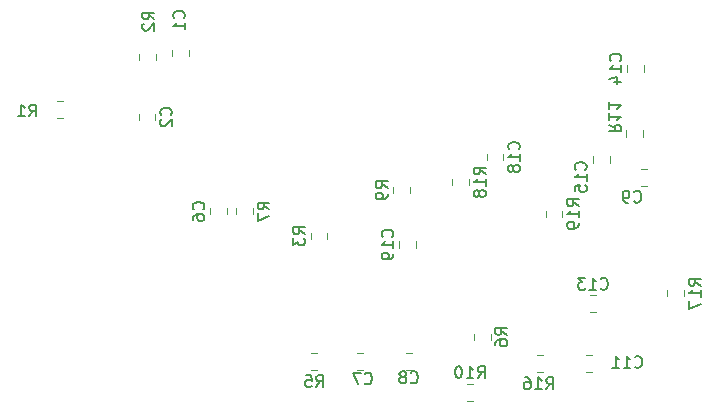
<source format=gbr>
G04 #@! TF.GenerationSoftware,KiCad,Pcbnew,(5.1.5)-3*
G04 #@! TF.CreationDate,2020-02-22T22:04:57-05:00*
G04 #@! TF.ProjectId,Semiparametric-EQ,53656d69-7061-4726-916d-65747269632d,rev?*
G04 #@! TF.SameCoordinates,Original*
G04 #@! TF.FileFunction,Legend,Bot*
G04 #@! TF.FilePolarity,Positive*
%FSLAX46Y46*%
G04 Gerber Fmt 4.6, Leading zero omitted, Abs format (unit mm)*
G04 Created by KiCad (PCBNEW (5.1.5)-3) date 2020-02-22 22:04:57*
%MOMM*%
%LPD*%
G04 APERTURE LIST*
%ADD10C,0.120000*%
%ADD11C,0.150000*%
G04 APERTURE END LIST*
D10*
X4561252Y25790000D02*
X4038748Y25790000D01*
X4561252Y27210000D02*
X4038748Y27210000D01*
X10990000Y31261252D02*
X10990000Y30738748D01*
X12410000Y31261252D02*
X12410000Y30738748D01*
X13730000Y31561252D02*
X13730000Y31038748D01*
X15150000Y31561252D02*
X15150000Y31038748D01*
X12350000Y26161252D02*
X12350000Y25638748D01*
X10930000Y26161252D02*
X10930000Y25638748D01*
X18410000Y18161252D02*
X18410000Y17638748D01*
X16990000Y18161252D02*
X16990000Y17638748D01*
X29438748Y5910000D02*
X29961252Y5910000D01*
X29438748Y4490000D02*
X29961252Y4490000D01*
X34061252Y5910000D02*
X33538748Y5910000D01*
X34061252Y4490000D02*
X33538748Y4490000D01*
X53438748Y20090000D02*
X53961252Y20090000D01*
X53438748Y21510000D02*
X53961252Y21510000D01*
X48763748Y5710000D02*
X49286252Y5710000D01*
X48763748Y4290000D02*
X49286252Y4290000D01*
X49661252Y10790000D02*
X49138748Y10790000D01*
X49661252Y9370000D02*
X49138748Y9370000D01*
X52290000Y30261252D02*
X52290000Y29738748D01*
X53710000Y30261252D02*
X53710000Y29738748D01*
X49390000Y22038748D02*
X49390000Y22561252D01*
X50810000Y22038748D02*
X50810000Y22561252D01*
X25490000Y16061252D02*
X25490000Y15538748D01*
X26910000Y16061252D02*
X26910000Y15538748D01*
X26061252Y4490000D02*
X25538748Y4490000D01*
X26061252Y5910000D02*
X25538748Y5910000D01*
X39310000Y7018748D02*
X39310000Y7541252D01*
X40730000Y7018748D02*
X40730000Y7541252D01*
X20610000Y17638748D02*
X20610000Y18161252D01*
X19190000Y17638748D02*
X19190000Y18161252D01*
X32490000Y19961252D02*
X32490000Y19438748D01*
X33910000Y19961252D02*
X33910000Y19438748D01*
X39261252Y1890000D02*
X38738748Y1890000D01*
X39261252Y3310000D02*
X38738748Y3310000D01*
X52190000Y24238748D02*
X52190000Y24761252D01*
X53610000Y24238748D02*
X53610000Y24761252D01*
X45161252Y4290000D02*
X44638748Y4290000D01*
X45161252Y5710000D02*
X44638748Y5710000D01*
X57110000Y10718748D02*
X57110000Y11241252D01*
X55690000Y10718748D02*
X55690000Y11241252D01*
X38910000Y20138748D02*
X38910000Y20661252D01*
X37490000Y20138748D02*
X37490000Y20661252D01*
X46810000Y17438748D02*
X46810000Y17961252D01*
X45390000Y17438748D02*
X45390000Y17961252D01*
X40390000Y22238748D02*
X40390000Y22761252D01*
X41810000Y22238748D02*
X41810000Y22761252D01*
X32990000Y15361252D02*
X32990000Y14838748D01*
X34410000Y15361252D02*
X34410000Y14838748D01*
D11*
X1666666Y25947619D02*
X2000000Y26423809D01*
X2238095Y25947619D02*
X2238095Y26947619D01*
X1857142Y26947619D01*
X1761904Y26900000D01*
X1714285Y26852380D01*
X1666666Y26757142D01*
X1666666Y26614285D01*
X1714285Y26519047D01*
X1761904Y26471428D01*
X1857142Y26423809D01*
X2238095Y26423809D01*
X714285Y25947619D02*
X1285714Y25947619D01*
X1000000Y25947619D02*
X1000000Y26947619D01*
X1095238Y26804761D01*
X1190476Y26709523D01*
X1285714Y26661904D01*
X12252380Y34166666D02*
X11776190Y34500000D01*
X12252380Y34738095D02*
X11252380Y34738095D01*
X11252380Y34357142D01*
X11300000Y34261904D01*
X11347619Y34214285D01*
X11442857Y34166666D01*
X11585714Y34166666D01*
X11680952Y34214285D01*
X11728571Y34261904D01*
X11776190Y34357142D01*
X11776190Y34738095D01*
X11347619Y33785714D02*
X11300000Y33738095D01*
X11252380Y33642857D01*
X11252380Y33404761D01*
X11300000Y33309523D01*
X11347619Y33261904D01*
X11442857Y33214285D01*
X11538095Y33214285D01*
X11680952Y33261904D01*
X12252380Y33833333D01*
X12252380Y33214285D01*
X14757142Y34266666D02*
X14804761Y34314285D01*
X14852380Y34457142D01*
X14852380Y34552380D01*
X14804761Y34695238D01*
X14709523Y34790476D01*
X14614285Y34838095D01*
X14423809Y34885714D01*
X14280952Y34885714D01*
X14090476Y34838095D01*
X13995238Y34790476D01*
X13900000Y34695238D01*
X13852380Y34552380D01*
X13852380Y34457142D01*
X13900000Y34314285D01*
X13947619Y34266666D01*
X14852380Y33314285D02*
X14852380Y33885714D01*
X14852380Y33600000D02*
X13852380Y33600000D01*
X13995238Y33695238D01*
X14090476Y33790476D01*
X14138095Y33885714D01*
X13657142Y26066666D02*
X13704761Y26114285D01*
X13752380Y26257142D01*
X13752380Y26352380D01*
X13704761Y26495238D01*
X13609523Y26590476D01*
X13514285Y26638095D01*
X13323809Y26685714D01*
X13180952Y26685714D01*
X12990476Y26638095D01*
X12895238Y26590476D01*
X12800000Y26495238D01*
X12752380Y26352380D01*
X12752380Y26257142D01*
X12800000Y26114285D01*
X12847619Y26066666D01*
X12847619Y25685714D02*
X12800000Y25638095D01*
X12752380Y25542857D01*
X12752380Y25304761D01*
X12800000Y25209523D01*
X12847619Y25161904D01*
X12942857Y25114285D01*
X13038095Y25114285D01*
X13180952Y25161904D01*
X13752380Y25733333D01*
X13752380Y25114285D01*
X16407142Y18066666D02*
X16454761Y18114285D01*
X16502380Y18257142D01*
X16502380Y18352380D01*
X16454761Y18495238D01*
X16359523Y18590476D01*
X16264285Y18638095D01*
X16073809Y18685714D01*
X15930952Y18685714D01*
X15740476Y18638095D01*
X15645238Y18590476D01*
X15550000Y18495238D01*
X15502380Y18352380D01*
X15502380Y18257142D01*
X15550000Y18114285D01*
X15597619Y18066666D01*
X15502380Y17209523D02*
X15502380Y17400000D01*
X15550000Y17495238D01*
X15597619Y17542857D01*
X15740476Y17638095D01*
X15930952Y17685714D01*
X16311904Y17685714D01*
X16407142Y17638095D01*
X16454761Y17590476D01*
X16502380Y17495238D01*
X16502380Y17304761D01*
X16454761Y17209523D01*
X16407142Y17161904D01*
X16311904Y17114285D01*
X16073809Y17114285D01*
X15978571Y17161904D01*
X15930952Y17209523D01*
X15883333Y17304761D01*
X15883333Y17495238D01*
X15930952Y17590476D01*
X15978571Y17638095D01*
X16073809Y17685714D01*
X30066666Y3342857D02*
X30114285Y3295238D01*
X30257142Y3247619D01*
X30352380Y3247619D01*
X30495238Y3295238D01*
X30590476Y3390476D01*
X30638095Y3485714D01*
X30685714Y3676190D01*
X30685714Y3819047D01*
X30638095Y4009523D01*
X30590476Y4104761D01*
X30495238Y4200000D01*
X30352380Y4247619D01*
X30257142Y4247619D01*
X30114285Y4200000D01*
X30066666Y4152380D01*
X29733333Y4247619D02*
X29066666Y4247619D01*
X29495238Y3247619D01*
X33966666Y3442857D02*
X34014285Y3395238D01*
X34157142Y3347619D01*
X34252380Y3347619D01*
X34395238Y3395238D01*
X34490476Y3490476D01*
X34538095Y3585714D01*
X34585714Y3776190D01*
X34585714Y3919047D01*
X34538095Y4109523D01*
X34490476Y4204761D01*
X34395238Y4300000D01*
X34252380Y4347619D01*
X34157142Y4347619D01*
X34014285Y4300000D01*
X33966666Y4252380D01*
X33395238Y3919047D02*
X33490476Y3966666D01*
X33538095Y4014285D01*
X33585714Y4109523D01*
X33585714Y4157142D01*
X33538095Y4252380D01*
X33490476Y4300000D01*
X33395238Y4347619D01*
X33204761Y4347619D01*
X33109523Y4300000D01*
X33061904Y4252380D01*
X33014285Y4157142D01*
X33014285Y4109523D01*
X33061904Y4014285D01*
X33109523Y3966666D01*
X33204761Y3919047D01*
X33395238Y3919047D01*
X33490476Y3871428D01*
X33538095Y3823809D01*
X33585714Y3728571D01*
X33585714Y3538095D01*
X33538095Y3442857D01*
X33490476Y3395238D01*
X33395238Y3347619D01*
X33204761Y3347619D01*
X33109523Y3395238D01*
X33061904Y3442857D01*
X33014285Y3538095D01*
X33014285Y3728571D01*
X33061904Y3823809D01*
X33109523Y3871428D01*
X33204761Y3919047D01*
X52866666Y18742857D02*
X52914285Y18695238D01*
X53057142Y18647619D01*
X53152380Y18647619D01*
X53295238Y18695238D01*
X53390476Y18790476D01*
X53438095Y18885714D01*
X53485714Y19076190D01*
X53485714Y19219047D01*
X53438095Y19409523D01*
X53390476Y19504761D01*
X53295238Y19600000D01*
X53152380Y19647619D01*
X53057142Y19647619D01*
X52914285Y19600000D01*
X52866666Y19552380D01*
X52390476Y18647619D02*
X52200000Y18647619D01*
X52104761Y18695238D01*
X52057142Y18742857D01*
X51961904Y18885714D01*
X51914285Y19076190D01*
X51914285Y19457142D01*
X51961904Y19552380D01*
X52009523Y19600000D01*
X52104761Y19647619D01*
X52295238Y19647619D01*
X52390476Y19600000D01*
X52438095Y19552380D01*
X52485714Y19457142D01*
X52485714Y19219047D01*
X52438095Y19123809D01*
X52390476Y19076190D01*
X52295238Y19028571D01*
X52104761Y19028571D01*
X52009523Y19076190D01*
X51961904Y19123809D01*
X51914285Y19219047D01*
X52942857Y4742857D02*
X52990476Y4695238D01*
X53133333Y4647619D01*
X53228571Y4647619D01*
X53371428Y4695238D01*
X53466666Y4790476D01*
X53514285Y4885714D01*
X53561904Y5076190D01*
X53561904Y5219047D01*
X53514285Y5409523D01*
X53466666Y5504761D01*
X53371428Y5600000D01*
X53228571Y5647619D01*
X53133333Y5647619D01*
X52990476Y5600000D01*
X52942857Y5552380D01*
X51990476Y4647619D02*
X52561904Y4647619D01*
X52276190Y4647619D02*
X52276190Y5647619D01*
X52371428Y5504761D01*
X52466666Y5409523D01*
X52561904Y5361904D01*
X51038095Y4647619D02*
X51609523Y4647619D01*
X51323809Y4647619D02*
X51323809Y5647619D01*
X51419047Y5504761D01*
X51514285Y5409523D01*
X51609523Y5361904D01*
X50042857Y11372857D02*
X50090476Y11325238D01*
X50233333Y11277619D01*
X50328571Y11277619D01*
X50471428Y11325238D01*
X50566666Y11420476D01*
X50614285Y11515714D01*
X50661904Y11706190D01*
X50661904Y11849047D01*
X50614285Y12039523D01*
X50566666Y12134761D01*
X50471428Y12230000D01*
X50328571Y12277619D01*
X50233333Y12277619D01*
X50090476Y12230000D01*
X50042857Y12182380D01*
X49090476Y11277619D02*
X49661904Y11277619D01*
X49376190Y11277619D02*
X49376190Y12277619D01*
X49471428Y12134761D01*
X49566666Y12039523D01*
X49661904Y11991904D01*
X48757142Y12277619D02*
X48138095Y12277619D01*
X48471428Y11896666D01*
X48328571Y11896666D01*
X48233333Y11849047D01*
X48185714Y11801428D01*
X48138095Y11706190D01*
X48138095Y11468095D01*
X48185714Y11372857D01*
X48233333Y11325238D01*
X48328571Y11277619D01*
X48614285Y11277619D01*
X48709523Y11325238D01*
X48757142Y11372857D01*
X51707142Y30642857D02*
X51754761Y30690476D01*
X51802380Y30833333D01*
X51802380Y30928571D01*
X51754761Y31071428D01*
X51659523Y31166666D01*
X51564285Y31214285D01*
X51373809Y31261904D01*
X51230952Y31261904D01*
X51040476Y31214285D01*
X50945238Y31166666D01*
X50850000Y31071428D01*
X50802380Y30928571D01*
X50802380Y30833333D01*
X50850000Y30690476D01*
X50897619Y30642857D01*
X51802380Y29690476D02*
X51802380Y30261904D01*
X51802380Y29976190D02*
X50802380Y29976190D01*
X50945238Y30071428D01*
X51040476Y30166666D01*
X51088095Y30261904D01*
X51135714Y28833333D02*
X51802380Y28833333D01*
X50754761Y29071428D02*
X51469047Y29309523D01*
X51469047Y28690476D01*
X48757142Y21442857D02*
X48804761Y21490476D01*
X48852380Y21633333D01*
X48852380Y21728571D01*
X48804761Y21871428D01*
X48709523Y21966666D01*
X48614285Y22014285D01*
X48423809Y22061904D01*
X48280952Y22061904D01*
X48090476Y22014285D01*
X47995238Y21966666D01*
X47900000Y21871428D01*
X47852380Y21728571D01*
X47852380Y21633333D01*
X47900000Y21490476D01*
X47947619Y21442857D01*
X48852380Y20490476D02*
X48852380Y21061904D01*
X48852380Y20776190D02*
X47852380Y20776190D01*
X47995238Y20871428D01*
X48090476Y20966666D01*
X48138095Y21061904D01*
X47852380Y19585714D02*
X47852380Y20061904D01*
X48328571Y20109523D01*
X48280952Y20061904D01*
X48233333Y19966666D01*
X48233333Y19728571D01*
X48280952Y19633333D01*
X48328571Y19585714D01*
X48423809Y19538095D01*
X48661904Y19538095D01*
X48757142Y19585714D01*
X48804761Y19633333D01*
X48852380Y19728571D01*
X48852380Y19966666D01*
X48804761Y20061904D01*
X48757142Y20109523D01*
X25002380Y15966666D02*
X24526190Y16300000D01*
X25002380Y16538095D02*
X24002380Y16538095D01*
X24002380Y16157142D01*
X24050000Y16061904D01*
X24097619Y16014285D01*
X24192857Y15966666D01*
X24335714Y15966666D01*
X24430952Y16014285D01*
X24478571Y16061904D01*
X24526190Y16157142D01*
X24526190Y16538095D01*
X24002380Y15633333D02*
X24002380Y15014285D01*
X24383333Y15347619D01*
X24383333Y15204761D01*
X24430952Y15109523D01*
X24478571Y15061904D01*
X24573809Y15014285D01*
X24811904Y15014285D01*
X24907142Y15061904D01*
X24954761Y15109523D01*
X25002380Y15204761D01*
X25002380Y15490476D01*
X24954761Y15585714D01*
X24907142Y15633333D01*
X25966666Y3047619D02*
X26300000Y3523809D01*
X26538095Y3047619D02*
X26538095Y4047619D01*
X26157142Y4047619D01*
X26061904Y4000000D01*
X26014285Y3952380D01*
X25966666Y3857142D01*
X25966666Y3714285D01*
X26014285Y3619047D01*
X26061904Y3571428D01*
X26157142Y3523809D01*
X26538095Y3523809D01*
X25061904Y4047619D02*
X25538095Y4047619D01*
X25585714Y3571428D01*
X25538095Y3619047D01*
X25442857Y3666666D01*
X25204761Y3666666D01*
X25109523Y3619047D01*
X25061904Y3571428D01*
X25014285Y3476190D01*
X25014285Y3238095D01*
X25061904Y3142857D01*
X25109523Y3095238D01*
X25204761Y3047619D01*
X25442857Y3047619D01*
X25538095Y3095238D01*
X25585714Y3142857D01*
X42122380Y7446666D02*
X41646190Y7780000D01*
X42122380Y8018095D02*
X41122380Y8018095D01*
X41122380Y7637142D01*
X41170000Y7541904D01*
X41217619Y7494285D01*
X41312857Y7446666D01*
X41455714Y7446666D01*
X41550952Y7494285D01*
X41598571Y7541904D01*
X41646190Y7637142D01*
X41646190Y8018095D01*
X41122380Y6589523D02*
X41122380Y6780000D01*
X41170000Y6875238D01*
X41217619Y6922857D01*
X41360476Y7018095D01*
X41550952Y7065714D01*
X41931904Y7065714D01*
X42027142Y7018095D01*
X42074761Y6970476D01*
X42122380Y6875238D01*
X42122380Y6684761D01*
X42074761Y6589523D01*
X42027142Y6541904D01*
X41931904Y6494285D01*
X41693809Y6494285D01*
X41598571Y6541904D01*
X41550952Y6589523D01*
X41503333Y6684761D01*
X41503333Y6875238D01*
X41550952Y6970476D01*
X41598571Y7018095D01*
X41693809Y7065714D01*
X22002380Y18066666D02*
X21526190Y18400000D01*
X22002380Y18638095D02*
X21002380Y18638095D01*
X21002380Y18257142D01*
X21050000Y18161904D01*
X21097619Y18114285D01*
X21192857Y18066666D01*
X21335714Y18066666D01*
X21430952Y18114285D01*
X21478571Y18161904D01*
X21526190Y18257142D01*
X21526190Y18638095D01*
X21002380Y17733333D02*
X21002380Y17066666D01*
X22002380Y17495238D01*
X32002380Y19866666D02*
X31526190Y20200000D01*
X32002380Y20438095D02*
X31002380Y20438095D01*
X31002380Y20057142D01*
X31050000Y19961904D01*
X31097619Y19914285D01*
X31192857Y19866666D01*
X31335714Y19866666D01*
X31430952Y19914285D01*
X31478571Y19961904D01*
X31526190Y20057142D01*
X31526190Y20438095D01*
X32002380Y19390476D02*
X32002380Y19200000D01*
X31954761Y19104761D01*
X31907142Y19057142D01*
X31764285Y18961904D01*
X31573809Y18914285D01*
X31192857Y18914285D01*
X31097619Y18961904D01*
X31050000Y19009523D01*
X31002380Y19104761D01*
X31002380Y19295238D01*
X31050000Y19390476D01*
X31097619Y19438095D01*
X31192857Y19485714D01*
X31430952Y19485714D01*
X31526190Y19438095D01*
X31573809Y19390476D01*
X31621428Y19295238D01*
X31621428Y19104761D01*
X31573809Y19009523D01*
X31526190Y18961904D01*
X31430952Y18914285D01*
X39642857Y3797619D02*
X39976190Y4273809D01*
X40214285Y3797619D02*
X40214285Y4797619D01*
X39833333Y4797619D01*
X39738095Y4750000D01*
X39690476Y4702380D01*
X39642857Y4607142D01*
X39642857Y4464285D01*
X39690476Y4369047D01*
X39738095Y4321428D01*
X39833333Y4273809D01*
X40214285Y4273809D01*
X38690476Y3797619D02*
X39261904Y3797619D01*
X38976190Y3797619D02*
X38976190Y4797619D01*
X39071428Y4654761D01*
X39166666Y4559523D01*
X39261904Y4511904D01*
X38071428Y4797619D02*
X37976190Y4797619D01*
X37880952Y4750000D01*
X37833333Y4702380D01*
X37785714Y4607142D01*
X37738095Y4416666D01*
X37738095Y4178571D01*
X37785714Y3988095D01*
X37833333Y3892857D01*
X37880952Y3845238D01*
X37976190Y3797619D01*
X38071428Y3797619D01*
X38166666Y3845238D01*
X38214285Y3892857D01*
X38261904Y3988095D01*
X38309523Y4178571D01*
X38309523Y4416666D01*
X38261904Y4607142D01*
X38214285Y4702380D01*
X38166666Y4750000D01*
X38071428Y4797619D01*
X50747619Y25257142D02*
X51223809Y24923809D01*
X50747619Y24685714D02*
X51747619Y24685714D01*
X51747619Y25066666D01*
X51700000Y25161904D01*
X51652380Y25209523D01*
X51557142Y25257142D01*
X51414285Y25257142D01*
X51319047Y25209523D01*
X51271428Y25161904D01*
X51223809Y25066666D01*
X51223809Y24685714D01*
X50747619Y26209523D02*
X50747619Y25638095D01*
X50747619Y25923809D02*
X51747619Y25923809D01*
X51604761Y25828571D01*
X51509523Y25733333D01*
X51461904Y25638095D01*
X50747619Y27161904D02*
X50747619Y26590476D01*
X50747619Y26876190D02*
X51747619Y26876190D01*
X51604761Y26780952D01*
X51509523Y26685714D01*
X51461904Y26590476D01*
X45442857Y2847619D02*
X45776190Y3323809D01*
X46014285Y2847619D02*
X46014285Y3847619D01*
X45633333Y3847619D01*
X45538095Y3800000D01*
X45490476Y3752380D01*
X45442857Y3657142D01*
X45442857Y3514285D01*
X45490476Y3419047D01*
X45538095Y3371428D01*
X45633333Y3323809D01*
X46014285Y3323809D01*
X44490476Y2847619D02*
X45061904Y2847619D01*
X44776190Y2847619D02*
X44776190Y3847619D01*
X44871428Y3704761D01*
X44966666Y3609523D01*
X45061904Y3561904D01*
X43633333Y3847619D02*
X43823809Y3847619D01*
X43919047Y3800000D01*
X43966666Y3752380D01*
X44061904Y3609523D01*
X44109523Y3419047D01*
X44109523Y3038095D01*
X44061904Y2942857D01*
X44014285Y2895238D01*
X43919047Y2847619D01*
X43728571Y2847619D01*
X43633333Y2895238D01*
X43585714Y2942857D01*
X43538095Y3038095D01*
X43538095Y3276190D01*
X43585714Y3371428D01*
X43633333Y3419047D01*
X43728571Y3466666D01*
X43919047Y3466666D01*
X44014285Y3419047D01*
X44061904Y3371428D01*
X44109523Y3276190D01*
X58502380Y11622857D02*
X58026190Y11956190D01*
X58502380Y12194285D02*
X57502380Y12194285D01*
X57502380Y11813333D01*
X57550000Y11718095D01*
X57597619Y11670476D01*
X57692857Y11622857D01*
X57835714Y11622857D01*
X57930952Y11670476D01*
X57978571Y11718095D01*
X58026190Y11813333D01*
X58026190Y12194285D01*
X58502380Y10670476D02*
X58502380Y11241904D01*
X58502380Y10956190D02*
X57502380Y10956190D01*
X57645238Y11051428D01*
X57740476Y11146666D01*
X57788095Y11241904D01*
X57502380Y10337142D02*
X57502380Y9670476D01*
X58502380Y10099047D01*
X40302380Y21042857D02*
X39826190Y21376190D01*
X40302380Y21614285D02*
X39302380Y21614285D01*
X39302380Y21233333D01*
X39350000Y21138095D01*
X39397619Y21090476D01*
X39492857Y21042857D01*
X39635714Y21042857D01*
X39730952Y21090476D01*
X39778571Y21138095D01*
X39826190Y21233333D01*
X39826190Y21614285D01*
X40302380Y20090476D02*
X40302380Y20661904D01*
X40302380Y20376190D02*
X39302380Y20376190D01*
X39445238Y20471428D01*
X39540476Y20566666D01*
X39588095Y20661904D01*
X39730952Y19519047D02*
X39683333Y19614285D01*
X39635714Y19661904D01*
X39540476Y19709523D01*
X39492857Y19709523D01*
X39397619Y19661904D01*
X39350000Y19614285D01*
X39302380Y19519047D01*
X39302380Y19328571D01*
X39350000Y19233333D01*
X39397619Y19185714D01*
X39492857Y19138095D01*
X39540476Y19138095D01*
X39635714Y19185714D01*
X39683333Y19233333D01*
X39730952Y19328571D01*
X39730952Y19519047D01*
X39778571Y19614285D01*
X39826190Y19661904D01*
X39921428Y19709523D01*
X40111904Y19709523D01*
X40207142Y19661904D01*
X40254761Y19614285D01*
X40302380Y19519047D01*
X40302380Y19328571D01*
X40254761Y19233333D01*
X40207142Y19185714D01*
X40111904Y19138095D01*
X39921428Y19138095D01*
X39826190Y19185714D01*
X39778571Y19233333D01*
X39730952Y19328571D01*
X48202380Y18342857D02*
X47726190Y18676190D01*
X48202380Y18914285D02*
X47202380Y18914285D01*
X47202380Y18533333D01*
X47250000Y18438095D01*
X47297619Y18390476D01*
X47392857Y18342857D01*
X47535714Y18342857D01*
X47630952Y18390476D01*
X47678571Y18438095D01*
X47726190Y18533333D01*
X47726190Y18914285D01*
X48202380Y17390476D02*
X48202380Y17961904D01*
X48202380Y17676190D02*
X47202380Y17676190D01*
X47345238Y17771428D01*
X47440476Y17866666D01*
X47488095Y17961904D01*
X48202380Y16914285D02*
X48202380Y16723809D01*
X48154761Y16628571D01*
X48107142Y16580952D01*
X47964285Y16485714D01*
X47773809Y16438095D01*
X47392857Y16438095D01*
X47297619Y16485714D01*
X47250000Y16533333D01*
X47202380Y16628571D01*
X47202380Y16819047D01*
X47250000Y16914285D01*
X47297619Y16961904D01*
X47392857Y17009523D01*
X47630952Y17009523D01*
X47726190Y16961904D01*
X47773809Y16914285D01*
X47821428Y16819047D01*
X47821428Y16628571D01*
X47773809Y16533333D01*
X47726190Y16485714D01*
X47630952Y16438095D01*
X43107142Y23142857D02*
X43154761Y23190476D01*
X43202380Y23333333D01*
X43202380Y23428571D01*
X43154761Y23571428D01*
X43059523Y23666666D01*
X42964285Y23714285D01*
X42773809Y23761904D01*
X42630952Y23761904D01*
X42440476Y23714285D01*
X42345238Y23666666D01*
X42250000Y23571428D01*
X42202380Y23428571D01*
X42202380Y23333333D01*
X42250000Y23190476D01*
X42297619Y23142857D01*
X43202380Y22190476D02*
X43202380Y22761904D01*
X43202380Y22476190D02*
X42202380Y22476190D01*
X42345238Y22571428D01*
X42440476Y22666666D01*
X42488095Y22761904D01*
X42630952Y21619047D02*
X42583333Y21714285D01*
X42535714Y21761904D01*
X42440476Y21809523D01*
X42392857Y21809523D01*
X42297619Y21761904D01*
X42250000Y21714285D01*
X42202380Y21619047D01*
X42202380Y21428571D01*
X42250000Y21333333D01*
X42297619Y21285714D01*
X42392857Y21238095D01*
X42440476Y21238095D01*
X42535714Y21285714D01*
X42583333Y21333333D01*
X42630952Y21428571D01*
X42630952Y21619047D01*
X42678571Y21714285D01*
X42726190Y21761904D01*
X42821428Y21809523D01*
X43011904Y21809523D01*
X43107142Y21761904D01*
X43154761Y21714285D01*
X43202380Y21619047D01*
X43202380Y21428571D01*
X43154761Y21333333D01*
X43107142Y21285714D01*
X43011904Y21238095D01*
X42821428Y21238095D01*
X42726190Y21285714D01*
X42678571Y21333333D01*
X42630952Y21428571D01*
X32407142Y15742857D02*
X32454761Y15790476D01*
X32502380Y15933333D01*
X32502380Y16028571D01*
X32454761Y16171428D01*
X32359523Y16266666D01*
X32264285Y16314285D01*
X32073809Y16361904D01*
X31930952Y16361904D01*
X31740476Y16314285D01*
X31645238Y16266666D01*
X31550000Y16171428D01*
X31502380Y16028571D01*
X31502380Y15933333D01*
X31550000Y15790476D01*
X31597619Y15742857D01*
X32502380Y14790476D02*
X32502380Y15361904D01*
X32502380Y15076190D02*
X31502380Y15076190D01*
X31645238Y15171428D01*
X31740476Y15266666D01*
X31788095Y15361904D01*
X32502380Y14314285D02*
X32502380Y14123809D01*
X32454761Y14028571D01*
X32407142Y13980952D01*
X32264285Y13885714D01*
X32073809Y13838095D01*
X31692857Y13838095D01*
X31597619Y13885714D01*
X31550000Y13933333D01*
X31502380Y14028571D01*
X31502380Y14219047D01*
X31550000Y14314285D01*
X31597619Y14361904D01*
X31692857Y14409523D01*
X31930952Y14409523D01*
X32026190Y14361904D01*
X32073809Y14314285D01*
X32121428Y14219047D01*
X32121428Y14028571D01*
X32073809Y13933333D01*
X32026190Y13885714D01*
X31930952Y13838095D01*
M02*

</source>
